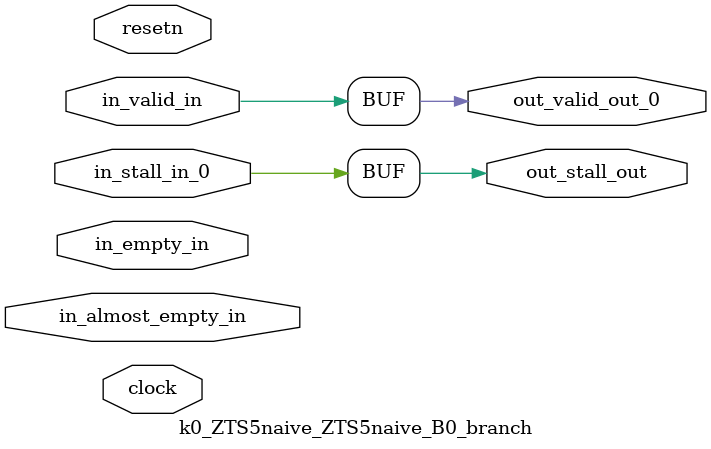
<source format=sv>



(* altera_attribute = "-name AUTO_SHIFT_REGISTER_RECOGNITION OFF; -name MESSAGE_DISABLE 10036; -name MESSAGE_DISABLE 10037; -name MESSAGE_DISABLE 14130; -name MESSAGE_DISABLE 14320; -name MESSAGE_DISABLE 15400; -name MESSAGE_DISABLE 14130; -name MESSAGE_DISABLE 10036; -name MESSAGE_DISABLE 12020; -name MESSAGE_DISABLE 12030; -name MESSAGE_DISABLE 12010; -name MESSAGE_DISABLE 12110; -name MESSAGE_DISABLE 14320; -name MESSAGE_DISABLE 13410; -name MESSAGE_DISABLE 113007; -name MESSAGE_DISABLE 10958" *)
module k0_ZTS5naive_ZTS5naive_B0_branch (
    input wire [0:0] in_almost_empty_in,
    input wire [0:0] in_empty_in,
    input wire [0:0] in_stall_in_0,
    input wire [0:0] in_valid_in,
    output wire [0:0] out_stall_out,
    output wire [0:0] out_valid_out_0,
    input wire clock,
    input wire resetn
    );

    reg [0:0] rst_sync_rst_sclrn;


    // out_stall_out(GPOUT,6)
    assign out_stall_out = in_stall_in_0;

    // out_valid_out_0(GPOUT,7)
    assign out_valid_out_0 = in_valid_in;

    // rst_sync(RESETSYNC,8)
    acl_reset_handler #(
        .ASYNC_RESET(0),
        .USE_SYNCHRONIZER(1),
        .PULSE_EXTENSION(0),
        .PIPE_DEPTH(3),
        .DUPLICATE(1)
    ) therst_sync (
        .clk(clock),
        .i_resetn(resetn),
        .o_sclrn(rst_sync_rst_sclrn)
    );

endmodule

</source>
